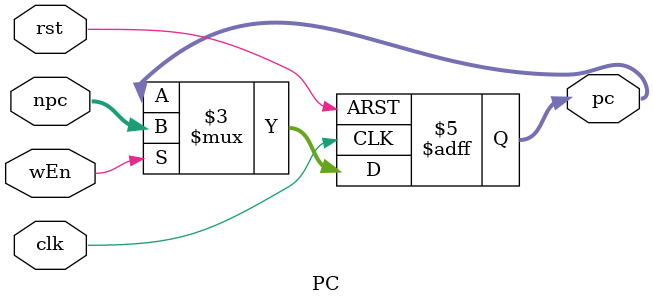
<source format=v>
module PC (
    input clk,
    input rst,
    input wEn,//发生load-use数据冒险时，保持pc的值不变
    input [31:0] npc,
    output reg [31:0]pc
);
always @(posedge clk or negedge rst)begin//时钟上升沿读pc
    if(!rst)pc<=32'h00003000;//与Mars的Memory Configuration相匹配
    else if(wEn)begin
        pc<=npc;
    end
end
endmodule
</source>
